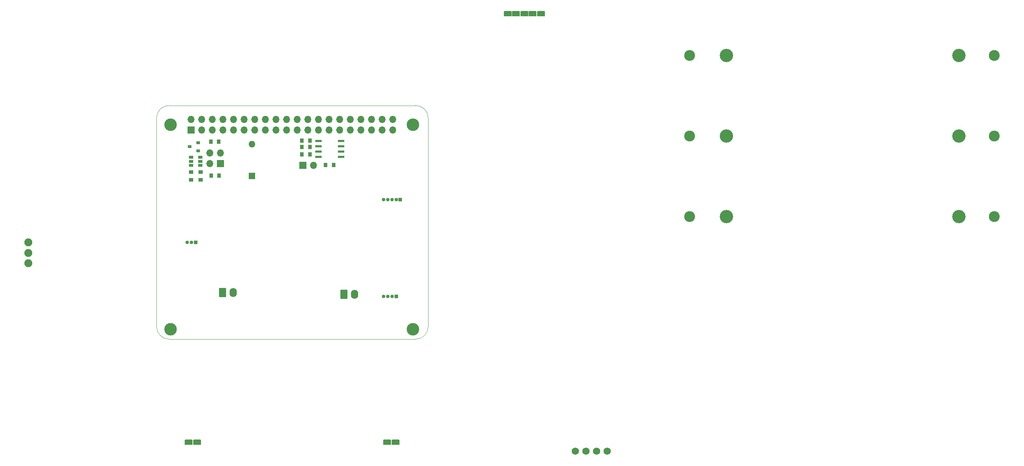
<source format=gbr>
G04 #@! TF.GenerationSoftware,KiCad,Pcbnew,9.0.4-9.0.4-0~ubuntu22.04.1*
G04 #@! TF.CreationDate,2025-09-06T14:27:59-05:00*
G04 #@! TF.ProjectId,Lab1_PCB,4c616231-5f50-4434-922e-6b696361645f,rev?*
G04 #@! TF.SameCoordinates,Original*
G04 #@! TF.FileFunction,Soldermask,Top*
G04 #@! TF.FilePolarity,Negative*
%FSLAX46Y46*%
G04 Gerber Fmt 4.6, Leading zero omitted, Abs format (unit mm)*
G04 Created by KiCad (PCBNEW 9.0.4-9.0.4-0~ubuntu22.04.1) date 2025-09-06 14:27:59*
%MOMM*%
%LPD*%
G01*
G04 APERTURE LIST*
G04 Aperture macros list*
%AMRoundRect*
0 Rectangle with rounded corners*
0 $1 Rounding radius*
0 $2 $3 $4 $5 $6 $7 $8 $9 X,Y pos of 4 corners*
0 Add a 4 corners polygon primitive as box body*
4,1,4,$2,$3,$4,$5,$6,$7,$8,$9,$2,$3,0*
0 Add four circle primitives for the rounded corners*
1,1,$1+$1,$2,$3*
1,1,$1+$1,$4,$5*
1,1,$1+$1,$6,$7*
1,1,$1+$1,$8,$9*
0 Add four rect primitives between the rounded corners*
20,1,$1+$1,$2,$3,$4,$5,0*
20,1,$1+$1,$4,$5,$6,$7,0*
20,1,$1+$1,$6,$7,$8,$9,0*
20,1,$1+$1,$8,$9,$2,$3,0*%
G04 Aperture macros list end*
%ADD10C,1.905000*%
%ADD11RoundRect,0.190500X-0.762000X-0.444500X0.762000X-0.444500X0.762000X0.444500X-0.762000X0.444500X0*%
%ADD12C,1.734000*%
%ADD13R,1.600000X1.600000*%
%ADD14O,1.600000X1.600000*%
%ADD15R,0.850000X0.850000*%
%ADD16O,0.850000X0.850000*%
%ADD17C,3.000000*%
%ADD18R,0.845000X1.000000*%
%ADD19R,1.550000X0.600000*%
%ADD20R,1.700000X1.700000*%
%ADD21O,1.700000X1.700000*%
%ADD22R,1.000000X0.845000*%
%ADD23RoundRect,0.250000X-0.620000X-0.845000X0.620000X-0.845000X0.620000X0.845000X-0.620000X0.845000X0*%
%ADD24O,1.740000X2.190000*%
%ADD25R,1.060000X0.650000*%
%ADD26R,0.900000X0.800000*%
%ADD27C,3.200000*%
%ADD28C,2.604000*%
G04 #@! TA.AperFunction,Profile*
%ADD29C,0.100000*%
G04 #@! TD*
G04 APERTURE END LIST*
D10*
X27324655Y-95834655D03*
X27324655Y-90834655D03*
X27324655Y-93334655D03*
D11*
X148000000Y-36000000D03*
X150000000Y-36000000D03*
X146000000Y-36000000D03*
X144000000Y-36000000D03*
X142000000Y-36000000D03*
D12*
X165810000Y-140875000D03*
X163270000Y-140875000D03*
X160730000Y-140875000D03*
X158190000Y-140875000D03*
D13*
X80824655Y-74909655D03*
D14*
X80824655Y-67289655D03*
D15*
X116324655Y-80579655D03*
D16*
X115324655Y-80579655D03*
X114324655Y-80579655D03*
X113324655Y-80579655D03*
X112324655Y-80579655D03*
D17*
X119354655Y-111599655D03*
D11*
X113173267Y-138732155D03*
X115173267Y-138732155D03*
D18*
X71062155Y-74789655D03*
X72987155Y-74789655D03*
X70962155Y-66689655D03*
X72887155Y-66689655D03*
D19*
X102124655Y-70294655D03*
X102124655Y-69024655D03*
X102124655Y-67754655D03*
X102124655Y-66484655D03*
X96724655Y-66484655D03*
X96724655Y-67754655D03*
X96724655Y-69024655D03*
X96724655Y-70294655D03*
D20*
X93024655Y-72389655D03*
D21*
X95564655Y-72389655D03*
D17*
X61364655Y-111609655D03*
D20*
X73304655Y-71949655D03*
D21*
X70764655Y-71949655D03*
X73304655Y-69409655D03*
X70764655Y-69409655D03*
D18*
X92762155Y-66389655D03*
X94687155Y-66389655D03*
D17*
X61364655Y-62599655D03*
D18*
X98462155Y-72289655D03*
X100387155Y-72289655D03*
X92762155Y-69689655D03*
X94687155Y-69689655D03*
D22*
X66224655Y-73927155D03*
X66224655Y-75852155D03*
D15*
X67324655Y-90789655D03*
D16*
X66324655Y-90789655D03*
X65324655Y-90789655D03*
D11*
X65673267Y-138732155D03*
X67673267Y-138732155D03*
D23*
X73824655Y-102789655D03*
D24*
X76364655Y-102789655D03*
D15*
X115324655Y-103789655D03*
D16*
X114324655Y-103789655D03*
X113324655Y-103789655D03*
X112324655Y-103789655D03*
D25*
X66274655Y-70439655D03*
X66274655Y-71389655D03*
X66274655Y-72339655D03*
X68474655Y-72339655D03*
X68474655Y-71389655D03*
X68474655Y-70439655D03*
D23*
X102824655Y-103289655D03*
D24*
X105364655Y-103289655D03*
D22*
X68524655Y-73927155D03*
X68524655Y-75852155D03*
D18*
X92762155Y-67989655D03*
X94687155Y-67989655D03*
D17*
X119364655Y-62619655D03*
D21*
X114504655Y-61339655D03*
X114504655Y-63879655D03*
X111964655Y-61339655D03*
X111964655Y-63879655D03*
X109424655Y-61339655D03*
X109424655Y-63879655D03*
X106884655Y-61339655D03*
X106884655Y-63879655D03*
X104344655Y-61339655D03*
X104344655Y-63879655D03*
X101804655Y-61339655D03*
X101804655Y-63879655D03*
X99264655Y-61339655D03*
X99264655Y-63879655D03*
X96724655Y-61339655D03*
X96724655Y-63879655D03*
X94184655Y-61339655D03*
X94184655Y-63879655D03*
X91644655Y-61339655D03*
X91644655Y-63879655D03*
X89104655Y-61339655D03*
X89104655Y-63879655D03*
X86564655Y-61339655D03*
X86564655Y-63879655D03*
X84024655Y-61339655D03*
X84024655Y-63879655D03*
X81484655Y-61339655D03*
X81484655Y-63879655D03*
X78944655Y-61339655D03*
X78944655Y-63879655D03*
X76404655Y-61339655D03*
X76404655Y-63879655D03*
X73864655Y-61339655D03*
X73864655Y-63879655D03*
X71324655Y-61339655D03*
X71324655Y-63879655D03*
X68784655Y-61339655D03*
X68784655Y-63879655D03*
X66244655Y-61339655D03*
D20*
X66244655Y-63879655D03*
D26*
X67924655Y-68839655D03*
X67924655Y-66939655D03*
X65924655Y-67889655D03*
D27*
X194390000Y-46000000D03*
X194390000Y-65300000D03*
X194390000Y-84600000D03*
X250000000Y-46000000D03*
X250000000Y-65300000D03*
X250000000Y-84600000D03*
D28*
X185545000Y-46000000D03*
X258445000Y-46000000D03*
X185545000Y-65300000D03*
X258445000Y-65300000D03*
X185545000Y-84600000D03*
X258445000Y-84600000D03*
D29*
X122999995Y-111005236D02*
G75*
G02*
X120000000Y-113999945I-2999951J5247D01*
G01*
X61000000Y-114000000D02*
X120000000Y-114000000D01*
X120000000Y-58000000D02*
G75*
G02*
X123000033Y-61000000I44J-2999989D01*
G01*
X123000000Y-111000000D02*
X123000000Y-61000000D01*
X120000000Y-58000000D02*
X61000000Y-58000000D01*
X58000000Y-61000000D02*
X58000000Y-111000000D01*
X58000000Y-61000000D02*
G75*
G02*
X61000000Y-57999945I3000044J11D01*
G01*
X61000000Y-114000000D02*
G75*
G02*
X58000033Y-111000000I44J3000011D01*
G01*
M02*

</source>
